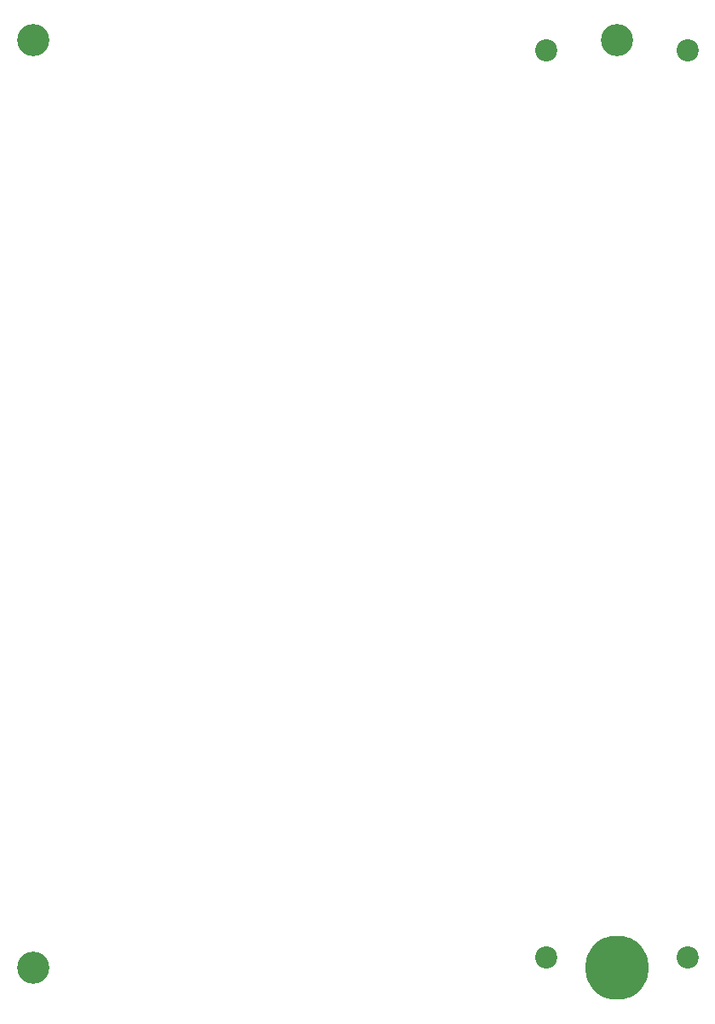
<source format=gbr>
%TF.GenerationSoftware,KiCad,Pcbnew,8.0.7-8.0.7-0~ubuntu24.04.1*%
%TF.CreationDate,2025-01-30T14:53:14+03:00*%
%TF.ProjectId,main,6d61696e-2e6b-4696-9361-645f70636258,rev?*%
%TF.SameCoordinates,Original*%
%TF.FileFunction,Soldermask,Bot*%
%TF.FilePolarity,Negative*%
%FSLAX46Y46*%
G04 Gerber Fmt 4.6, Leading zero omitted, Abs format (unit mm)*
G04 Created by KiCad (PCBNEW 8.0.7-8.0.7-0~ubuntu24.04.1) date 2025-01-30 14:53:14*
%MOMM*%
%LPD*%
G01*
G04 APERTURE LIST*
%ADD10C,3.200000*%
%ADD11C,2.200000*%
%ADD12O,6.350000X6.350000*%
G04 APERTURE END LIST*
D10*
%TO.C,H3*%
X-36000000Y-46000000D03*
%TD*%
D11*
%TO.C,U2*%
X15000000Y45000000D03*
X15000000Y-45000000D03*
X29000000Y45000000D03*
X29000000Y-45000000D03*
%TD*%
D10*
%TO.C,H2*%
X-36000000Y46000000D03*
%TD*%
%TO.C,H1*%
X22000000Y46000000D03*
%TD*%
D12*
%TO.C,PE1*%
X22000000Y-46000000D03*
%TD*%
M02*

</source>
